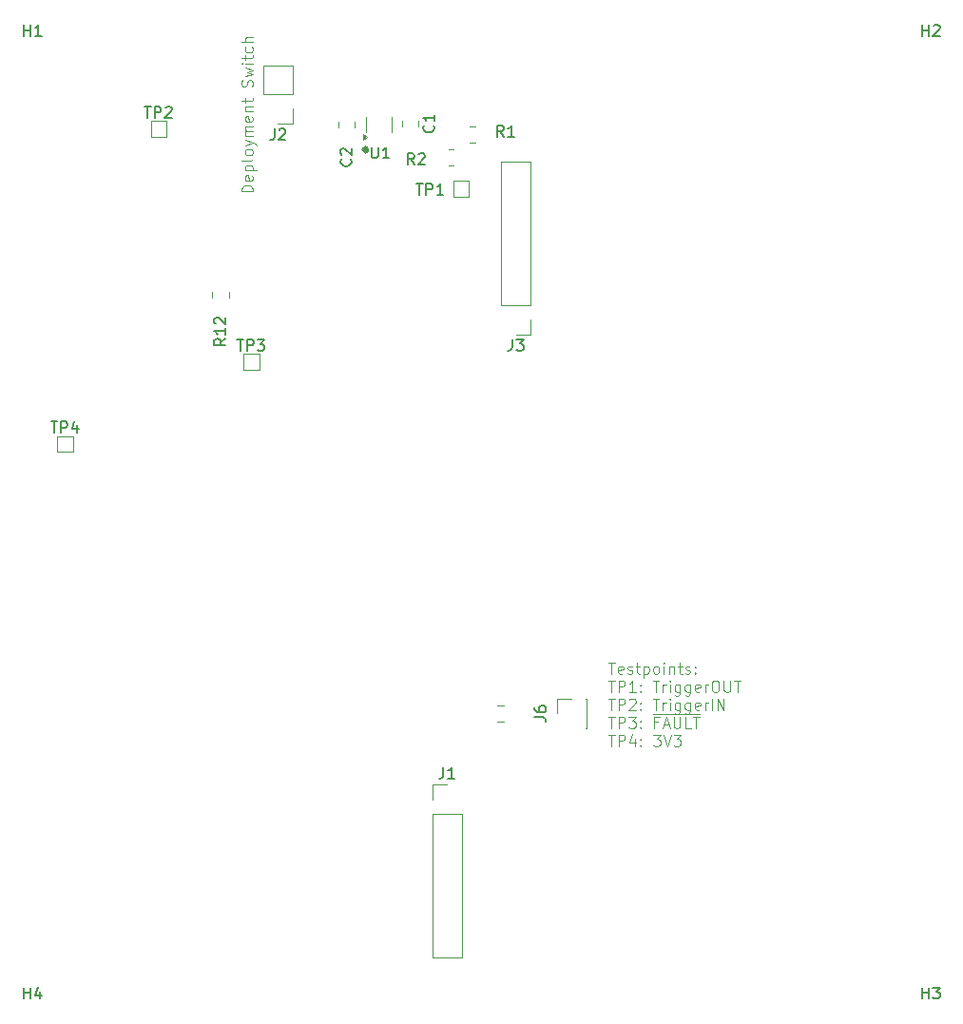
<source format=gbr>
%TF.GenerationSoftware,KiCad,Pcbnew,8.0.8+dfsg-1*%
%TF.CreationDate,2025-07-13T00:35:59+05:30*%
%TF.ProjectId,sanket,73616e6b-6574-42e6-9b69-6361645f7063,4.1*%
%TF.SameCoordinates,Original*%
%TF.FileFunction,Legend,Top*%
%TF.FilePolarity,Positive*%
%FSLAX46Y46*%
G04 Gerber Fmt 4.6, Leading zero omitted, Abs format (unit mm)*
G04 Created by KiCad (PCBNEW 8.0.8+dfsg-1) date 2025-07-13 00:35:59*
%MOMM*%
%LPD*%
G01*
G04 APERTURE LIST*
%ADD10C,0.359004*%
%ADD11C,0.100000*%
%ADD12C,0.150000*%
%ADD13C,0.120000*%
G04 APERTURE END LIST*
D10*
X132129002Y-60750200D02*
G75*
G02*
X131769998Y-60750200I-179502J0D01*
G01*
X131769998Y-60750200D02*
G75*
G02*
X132129002Y-60750200I179502J0D01*
G01*
D11*
X153598927Y-106411019D02*
X154170355Y-106411019D01*
X153884641Y-107411019D02*
X153884641Y-106411019D01*
X154884641Y-107363400D02*
X154789403Y-107411019D01*
X154789403Y-107411019D02*
X154598927Y-107411019D01*
X154598927Y-107411019D02*
X154503689Y-107363400D01*
X154503689Y-107363400D02*
X154456070Y-107268161D01*
X154456070Y-107268161D02*
X154456070Y-106887209D01*
X154456070Y-106887209D02*
X154503689Y-106791971D01*
X154503689Y-106791971D02*
X154598927Y-106744352D01*
X154598927Y-106744352D02*
X154789403Y-106744352D01*
X154789403Y-106744352D02*
X154884641Y-106791971D01*
X154884641Y-106791971D02*
X154932260Y-106887209D01*
X154932260Y-106887209D02*
X154932260Y-106982447D01*
X154932260Y-106982447D02*
X154456070Y-107077685D01*
X155313213Y-107363400D02*
X155408451Y-107411019D01*
X155408451Y-107411019D02*
X155598927Y-107411019D01*
X155598927Y-107411019D02*
X155694165Y-107363400D01*
X155694165Y-107363400D02*
X155741784Y-107268161D01*
X155741784Y-107268161D02*
X155741784Y-107220542D01*
X155741784Y-107220542D02*
X155694165Y-107125304D01*
X155694165Y-107125304D02*
X155598927Y-107077685D01*
X155598927Y-107077685D02*
X155456070Y-107077685D01*
X155456070Y-107077685D02*
X155360832Y-107030066D01*
X155360832Y-107030066D02*
X155313213Y-106934828D01*
X155313213Y-106934828D02*
X155313213Y-106887209D01*
X155313213Y-106887209D02*
X155360832Y-106791971D01*
X155360832Y-106791971D02*
X155456070Y-106744352D01*
X155456070Y-106744352D02*
X155598927Y-106744352D01*
X155598927Y-106744352D02*
X155694165Y-106791971D01*
X156027499Y-106744352D02*
X156408451Y-106744352D01*
X156170356Y-106411019D02*
X156170356Y-107268161D01*
X156170356Y-107268161D02*
X156217975Y-107363400D01*
X156217975Y-107363400D02*
X156313213Y-107411019D01*
X156313213Y-107411019D02*
X156408451Y-107411019D01*
X156741785Y-106744352D02*
X156741785Y-107744352D01*
X156741785Y-106791971D02*
X156837023Y-106744352D01*
X156837023Y-106744352D02*
X157027499Y-106744352D01*
X157027499Y-106744352D02*
X157122737Y-106791971D01*
X157122737Y-106791971D02*
X157170356Y-106839590D01*
X157170356Y-106839590D02*
X157217975Y-106934828D01*
X157217975Y-106934828D02*
X157217975Y-107220542D01*
X157217975Y-107220542D02*
X157170356Y-107315780D01*
X157170356Y-107315780D02*
X157122737Y-107363400D01*
X157122737Y-107363400D02*
X157027499Y-107411019D01*
X157027499Y-107411019D02*
X156837023Y-107411019D01*
X156837023Y-107411019D02*
X156741785Y-107363400D01*
X157789404Y-107411019D02*
X157694166Y-107363400D01*
X157694166Y-107363400D02*
X157646547Y-107315780D01*
X157646547Y-107315780D02*
X157598928Y-107220542D01*
X157598928Y-107220542D02*
X157598928Y-106934828D01*
X157598928Y-106934828D02*
X157646547Y-106839590D01*
X157646547Y-106839590D02*
X157694166Y-106791971D01*
X157694166Y-106791971D02*
X157789404Y-106744352D01*
X157789404Y-106744352D02*
X157932261Y-106744352D01*
X157932261Y-106744352D02*
X158027499Y-106791971D01*
X158027499Y-106791971D02*
X158075118Y-106839590D01*
X158075118Y-106839590D02*
X158122737Y-106934828D01*
X158122737Y-106934828D02*
X158122737Y-107220542D01*
X158122737Y-107220542D02*
X158075118Y-107315780D01*
X158075118Y-107315780D02*
X158027499Y-107363400D01*
X158027499Y-107363400D02*
X157932261Y-107411019D01*
X157932261Y-107411019D02*
X157789404Y-107411019D01*
X158551309Y-107411019D02*
X158551309Y-106744352D01*
X158551309Y-106411019D02*
X158503690Y-106458638D01*
X158503690Y-106458638D02*
X158551309Y-106506257D01*
X158551309Y-106506257D02*
X158598928Y-106458638D01*
X158598928Y-106458638D02*
X158551309Y-106411019D01*
X158551309Y-106411019D02*
X158551309Y-106506257D01*
X159027499Y-106744352D02*
X159027499Y-107411019D01*
X159027499Y-106839590D02*
X159075118Y-106791971D01*
X159075118Y-106791971D02*
X159170356Y-106744352D01*
X159170356Y-106744352D02*
X159313213Y-106744352D01*
X159313213Y-106744352D02*
X159408451Y-106791971D01*
X159408451Y-106791971D02*
X159456070Y-106887209D01*
X159456070Y-106887209D02*
X159456070Y-107411019D01*
X159789404Y-106744352D02*
X160170356Y-106744352D01*
X159932261Y-106411019D02*
X159932261Y-107268161D01*
X159932261Y-107268161D02*
X159979880Y-107363400D01*
X159979880Y-107363400D02*
X160075118Y-107411019D01*
X160075118Y-107411019D02*
X160170356Y-107411019D01*
X160456071Y-107363400D02*
X160551309Y-107411019D01*
X160551309Y-107411019D02*
X160741785Y-107411019D01*
X160741785Y-107411019D02*
X160837023Y-107363400D01*
X160837023Y-107363400D02*
X160884642Y-107268161D01*
X160884642Y-107268161D02*
X160884642Y-107220542D01*
X160884642Y-107220542D02*
X160837023Y-107125304D01*
X160837023Y-107125304D02*
X160741785Y-107077685D01*
X160741785Y-107077685D02*
X160598928Y-107077685D01*
X160598928Y-107077685D02*
X160503690Y-107030066D01*
X160503690Y-107030066D02*
X160456071Y-106934828D01*
X160456071Y-106934828D02*
X160456071Y-106887209D01*
X160456071Y-106887209D02*
X160503690Y-106791971D01*
X160503690Y-106791971D02*
X160598928Y-106744352D01*
X160598928Y-106744352D02*
X160741785Y-106744352D01*
X160741785Y-106744352D02*
X160837023Y-106791971D01*
X161313214Y-107315780D02*
X161360833Y-107363400D01*
X161360833Y-107363400D02*
X161313214Y-107411019D01*
X161313214Y-107411019D02*
X161265595Y-107363400D01*
X161265595Y-107363400D02*
X161313214Y-107315780D01*
X161313214Y-107315780D02*
X161313214Y-107411019D01*
X161313214Y-106791971D02*
X161360833Y-106839590D01*
X161360833Y-106839590D02*
X161313214Y-106887209D01*
X161313214Y-106887209D02*
X161265595Y-106839590D01*
X161265595Y-106839590D02*
X161313214Y-106791971D01*
X161313214Y-106791971D02*
X161313214Y-106887209D01*
X153598927Y-108020963D02*
X154170355Y-108020963D01*
X153884641Y-109020963D02*
X153884641Y-108020963D01*
X154503689Y-109020963D02*
X154503689Y-108020963D01*
X154503689Y-108020963D02*
X154884641Y-108020963D01*
X154884641Y-108020963D02*
X154979879Y-108068582D01*
X154979879Y-108068582D02*
X155027498Y-108116201D01*
X155027498Y-108116201D02*
X155075117Y-108211439D01*
X155075117Y-108211439D02*
X155075117Y-108354296D01*
X155075117Y-108354296D02*
X155027498Y-108449534D01*
X155027498Y-108449534D02*
X154979879Y-108497153D01*
X154979879Y-108497153D02*
X154884641Y-108544772D01*
X154884641Y-108544772D02*
X154503689Y-108544772D01*
X156027498Y-109020963D02*
X155456070Y-109020963D01*
X155741784Y-109020963D02*
X155741784Y-108020963D01*
X155741784Y-108020963D02*
X155646546Y-108163820D01*
X155646546Y-108163820D02*
X155551308Y-108259058D01*
X155551308Y-108259058D02*
X155456070Y-108306677D01*
X156456070Y-108925724D02*
X156503689Y-108973344D01*
X156503689Y-108973344D02*
X156456070Y-109020963D01*
X156456070Y-109020963D02*
X156408451Y-108973344D01*
X156408451Y-108973344D02*
X156456070Y-108925724D01*
X156456070Y-108925724D02*
X156456070Y-109020963D01*
X156456070Y-108401915D02*
X156503689Y-108449534D01*
X156503689Y-108449534D02*
X156456070Y-108497153D01*
X156456070Y-108497153D02*
X156408451Y-108449534D01*
X156408451Y-108449534D02*
X156456070Y-108401915D01*
X156456070Y-108401915D02*
X156456070Y-108497153D01*
X157551308Y-108020963D02*
X158122736Y-108020963D01*
X157837022Y-109020963D02*
X157837022Y-108020963D01*
X158456070Y-109020963D02*
X158456070Y-108354296D01*
X158456070Y-108544772D02*
X158503689Y-108449534D01*
X158503689Y-108449534D02*
X158551308Y-108401915D01*
X158551308Y-108401915D02*
X158646546Y-108354296D01*
X158646546Y-108354296D02*
X158741784Y-108354296D01*
X159075118Y-109020963D02*
X159075118Y-108354296D01*
X159075118Y-108020963D02*
X159027499Y-108068582D01*
X159027499Y-108068582D02*
X159075118Y-108116201D01*
X159075118Y-108116201D02*
X159122737Y-108068582D01*
X159122737Y-108068582D02*
X159075118Y-108020963D01*
X159075118Y-108020963D02*
X159075118Y-108116201D01*
X159979879Y-108354296D02*
X159979879Y-109163820D01*
X159979879Y-109163820D02*
X159932260Y-109259058D01*
X159932260Y-109259058D02*
X159884641Y-109306677D01*
X159884641Y-109306677D02*
X159789403Y-109354296D01*
X159789403Y-109354296D02*
X159646546Y-109354296D01*
X159646546Y-109354296D02*
X159551308Y-109306677D01*
X159979879Y-108973344D02*
X159884641Y-109020963D01*
X159884641Y-109020963D02*
X159694165Y-109020963D01*
X159694165Y-109020963D02*
X159598927Y-108973344D01*
X159598927Y-108973344D02*
X159551308Y-108925724D01*
X159551308Y-108925724D02*
X159503689Y-108830486D01*
X159503689Y-108830486D02*
X159503689Y-108544772D01*
X159503689Y-108544772D02*
X159551308Y-108449534D01*
X159551308Y-108449534D02*
X159598927Y-108401915D01*
X159598927Y-108401915D02*
X159694165Y-108354296D01*
X159694165Y-108354296D02*
X159884641Y-108354296D01*
X159884641Y-108354296D02*
X159979879Y-108401915D01*
X160884641Y-108354296D02*
X160884641Y-109163820D01*
X160884641Y-109163820D02*
X160837022Y-109259058D01*
X160837022Y-109259058D02*
X160789403Y-109306677D01*
X160789403Y-109306677D02*
X160694165Y-109354296D01*
X160694165Y-109354296D02*
X160551308Y-109354296D01*
X160551308Y-109354296D02*
X160456070Y-109306677D01*
X160884641Y-108973344D02*
X160789403Y-109020963D01*
X160789403Y-109020963D02*
X160598927Y-109020963D01*
X160598927Y-109020963D02*
X160503689Y-108973344D01*
X160503689Y-108973344D02*
X160456070Y-108925724D01*
X160456070Y-108925724D02*
X160408451Y-108830486D01*
X160408451Y-108830486D02*
X160408451Y-108544772D01*
X160408451Y-108544772D02*
X160456070Y-108449534D01*
X160456070Y-108449534D02*
X160503689Y-108401915D01*
X160503689Y-108401915D02*
X160598927Y-108354296D01*
X160598927Y-108354296D02*
X160789403Y-108354296D01*
X160789403Y-108354296D02*
X160884641Y-108401915D01*
X161741784Y-108973344D02*
X161646546Y-109020963D01*
X161646546Y-109020963D02*
X161456070Y-109020963D01*
X161456070Y-109020963D02*
X161360832Y-108973344D01*
X161360832Y-108973344D02*
X161313213Y-108878105D01*
X161313213Y-108878105D02*
X161313213Y-108497153D01*
X161313213Y-108497153D02*
X161360832Y-108401915D01*
X161360832Y-108401915D02*
X161456070Y-108354296D01*
X161456070Y-108354296D02*
X161646546Y-108354296D01*
X161646546Y-108354296D02*
X161741784Y-108401915D01*
X161741784Y-108401915D02*
X161789403Y-108497153D01*
X161789403Y-108497153D02*
X161789403Y-108592391D01*
X161789403Y-108592391D02*
X161313213Y-108687629D01*
X162217975Y-109020963D02*
X162217975Y-108354296D01*
X162217975Y-108544772D02*
X162265594Y-108449534D01*
X162265594Y-108449534D02*
X162313213Y-108401915D01*
X162313213Y-108401915D02*
X162408451Y-108354296D01*
X162408451Y-108354296D02*
X162503689Y-108354296D01*
X163027499Y-108020963D02*
X163217975Y-108020963D01*
X163217975Y-108020963D02*
X163313213Y-108068582D01*
X163313213Y-108068582D02*
X163408451Y-108163820D01*
X163408451Y-108163820D02*
X163456070Y-108354296D01*
X163456070Y-108354296D02*
X163456070Y-108687629D01*
X163456070Y-108687629D02*
X163408451Y-108878105D01*
X163408451Y-108878105D02*
X163313213Y-108973344D01*
X163313213Y-108973344D02*
X163217975Y-109020963D01*
X163217975Y-109020963D02*
X163027499Y-109020963D01*
X163027499Y-109020963D02*
X162932261Y-108973344D01*
X162932261Y-108973344D02*
X162837023Y-108878105D01*
X162837023Y-108878105D02*
X162789404Y-108687629D01*
X162789404Y-108687629D02*
X162789404Y-108354296D01*
X162789404Y-108354296D02*
X162837023Y-108163820D01*
X162837023Y-108163820D02*
X162932261Y-108068582D01*
X162932261Y-108068582D02*
X163027499Y-108020963D01*
X163884642Y-108020963D02*
X163884642Y-108830486D01*
X163884642Y-108830486D02*
X163932261Y-108925724D01*
X163932261Y-108925724D02*
X163979880Y-108973344D01*
X163979880Y-108973344D02*
X164075118Y-109020963D01*
X164075118Y-109020963D02*
X164265594Y-109020963D01*
X164265594Y-109020963D02*
X164360832Y-108973344D01*
X164360832Y-108973344D02*
X164408451Y-108925724D01*
X164408451Y-108925724D02*
X164456070Y-108830486D01*
X164456070Y-108830486D02*
X164456070Y-108020963D01*
X164789404Y-108020963D02*
X165360832Y-108020963D01*
X165075118Y-109020963D02*
X165075118Y-108020963D01*
X153598927Y-109630907D02*
X154170355Y-109630907D01*
X153884641Y-110630907D02*
X153884641Y-109630907D01*
X154503689Y-110630907D02*
X154503689Y-109630907D01*
X154503689Y-109630907D02*
X154884641Y-109630907D01*
X154884641Y-109630907D02*
X154979879Y-109678526D01*
X154979879Y-109678526D02*
X155027498Y-109726145D01*
X155027498Y-109726145D02*
X155075117Y-109821383D01*
X155075117Y-109821383D02*
X155075117Y-109964240D01*
X155075117Y-109964240D02*
X155027498Y-110059478D01*
X155027498Y-110059478D02*
X154979879Y-110107097D01*
X154979879Y-110107097D02*
X154884641Y-110154716D01*
X154884641Y-110154716D02*
X154503689Y-110154716D01*
X155456070Y-109726145D02*
X155503689Y-109678526D01*
X155503689Y-109678526D02*
X155598927Y-109630907D01*
X155598927Y-109630907D02*
X155837022Y-109630907D01*
X155837022Y-109630907D02*
X155932260Y-109678526D01*
X155932260Y-109678526D02*
X155979879Y-109726145D01*
X155979879Y-109726145D02*
X156027498Y-109821383D01*
X156027498Y-109821383D02*
X156027498Y-109916621D01*
X156027498Y-109916621D02*
X155979879Y-110059478D01*
X155979879Y-110059478D02*
X155408451Y-110630907D01*
X155408451Y-110630907D02*
X156027498Y-110630907D01*
X156456070Y-110535668D02*
X156503689Y-110583288D01*
X156503689Y-110583288D02*
X156456070Y-110630907D01*
X156456070Y-110630907D02*
X156408451Y-110583288D01*
X156408451Y-110583288D02*
X156456070Y-110535668D01*
X156456070Y-110535668D02*
X156456070Y-110630907D01*
X156456070Y-110011859D02*
X156503689Y-110059478D01*
X156503689Y-110059478D02*
X156456070Y-110107097D01*
X156456070Y-110107097D02*
X156408451Y-110059478D01*
X156408451Y-110059478D02*
X156456070Y-110011859D01*
X156456070Y-110011859D02*
X156456070Y-110107097D01*
X157551308Y-109630907D02*
X158122736Y-109630907D01*
X157837022Y-110630907D02*
X157837022Y-109630907D01*
X158456070Y-110630907D02*
X158456070Y-109964240D01*
X158456070Y-110154716D02*
X158503689Y-110059478D01*
X158503689Y-110059478D02*
X158551308Y-110011859D01*
X158551308Y-110011859D02*
X158646546Y-109964240D01*
X158646546Y-109964240D02*
X158741784Y-109964240D01*
X159075118Y-110630907D02*
X159075118Y-109964240D01*
X159075118Y-109630907D02*
X159027499Y-109678526D01*
X159027499Y-109678526D02*
X159075118Y-109726145D01*
X159075118Y-109726145D02*
X159122737Y-109678526D01*
X159122737Y-109678526D02*
X159075118Y-109630907D01*
X159075118Y-109630907D02*
X159075118Y-109726145D01*
X159979879Y-109964240D02*
X159979879Y-110773764D01*
X159979879Y-110773764D02*
X159932260Y-110869002D01*
X159932260Y-110869002D02*
X159884641Y-110916621D01*
X159884641Y-110916621D02*
X159789403Y-110964240D01*
X159789403Y-110964240D02*
X159646546Y-110964240D01*
X159646546Y-110964240D02*
X159551308Y-110916621D01*
X159979879Y-110583288D02*
X159884641Y-110630907D01*
X159884641Y-110630907D02*
X159694165Y-110630907D01*
X159694165Y-110630907D02*
X159598927Y-110583288D01*
X159598927Y-110583288D02*
X159551308Y-110535668D01*
X159551308Y-110535668D02*
X159503689Y-110440430D01*
X159503689Y-110440430D02*
X159503689Y-110154716D01*
X159503689Y-110154716D02*
X159551308Y-110059478D01*
X159551308Y-110059478D02*
X159598927Y-110011859D01*
X159598927Y-110011859D02*
X159694165Y-109964240D01*
X159694165Y-109964240D02*
X159884641Y-109964240D01*
X159884641Y-109964240D02*
X159979879Y-110011859D01*
X160884641Y-109964240D02*
X160884641Y-110773764D01*
X160884641Y-110773764D02*
X160837022Y-110869002D01*
X160837022Y-110869002D02*
X160789403Y-110916621D01*
X160789403Y-110916621D02*
X160694165Y-110964240D01*
X160694165Y-110964240D02*
X160551308Y-110964240D01*
X160551308Y-110964240D02*
X160456070Y-110916621D01*
X160884641Y-110583288D02*
X160789403Y-110630907D01*
X160789403Y-110630907D02*
X160598927Y-110630907D01*
X160598927Y-110630907D02*
X160503689Y-110583288D01*
X160503689Y-110583288D02*
X160456070Y-110535668D01*
X160456070Y-110535668D02*
X160408451Y-110440430D01*
X160408451Y-110440430D02*
X160408451Y-110154716D01*
X160408451Y-110154716D02*
X160456070Y-110059478D01*
X160456070Y-110059478D02*
X160503689Y-110011859D01*
X160503689Y-110011859D02*
X160598927Y-109964240D01*
X160598927Y-109964240D02*
X160789403Y-109964240D01*
X160789403Y-109964240D02*
X160884641Y-110011859D01*
X161741784Y-110583288D02*
X161646546Y-110630907D01*
X161646546Y-110630907D02*
X161456070Y-110630907D01*
X161456070Y-110630907D02*
X161360832Y-110583288D01*
X161360832Y-110583288D02*
X161313213Y-110488049D01*
X161313213Y-110488049D02*
X161313213Y-110107097D01*
X161313213Y-110107097D02*
X161360832Y-110011859D01*
X161360832Y-110011859D02*
X161456070Y-109964240D01*
X161456070Y-109964240D02*
X161646546Y-109964240D01*
X161646546Y-109964240D02*
X161741784Y-110011859D01*
X161741784Y-110011859D02*
X161789403Y-110107097D01*
X161789403Y-110107097D02*
X161789403Y-110202335D01*
X161789403Y-110202335D02*
X161313213Y-110297573D01*
X162217975Y-110630907D02*
X162217975Y-109964240D01*
X162217975Y-110154716D02*
X162265594Y-110059478D01*
X162265594Y-110059478D02*
X162313213Y-110011859D01*
X162313213Y-110011859D02*
X162408451Y-109964240D01*
X162408451Y-109964240D02*
X162503689Y-109964240D01*
X162837023Y-110630907D02*
X162837023Y-109630907D01*
X163313213Y-110630907D02*
X163313213Y-109630907D01*
X163313213Y-109630907D02*
X163884641Y-110630907D01*
X163884641Y-110630907D02*
X163884641Y-109630907D01*
X153598927Y-111240851D02*
X154170355Y-111240851D01*
X153884641Y-112240851D02*
X153884641Y-111240851D01*
X154503689Y-112240851D02*
X154503689Y-111240851D01*
X154503689Y-111240851D02*
X154884641Y-111240851D01*
X154884641Y-111240851D02*
X154979879Y-111288470D01*
X154979879Y-111288470D02*
X155027498Y-111336089D01*
X155027498Y-111336089D02*
X155075117Y-111431327D01*
X155075117Y-111431327D02*
X155075117Y-111574184D01*
X155075117Y-111574184D02*
X155027498Y-111669422D01*
X155027498Y-111669422D02*
X154979879Y-111717041D01*
X154979879Y-111717041D02*
X154884641Y-111764660D01*
X154884641Y-111764660D02*
X154503689Y-111764660D01*
X155408451Y-111240851D02*
X156027498Y-111240851D01*
X156027498Y-111240851D02*
X155694165Y-111621803D01*
X155694165Y-111621803D02*
X155837022Y-111621803D01*
X155837022Y-111621803D02*
X155932260Y-111669422D01*
X155932260Y-111669422D02*
X155979879Y-111717041D01*
X155979879Y-111717041D02*
X156027498Y-111812279D01*
X156027498Y-111812279D02*
X156027498Y-112050374D01*
X156027498Y-112050374D02*
X155979879Y-112145612D01*
X155979879Y-112145612D02*
X155932260Y-112193232D01*
X155932260Y-112193232D02*
X155837022Y-112240851D01*
X155837022Y-112240851D02*
X155551308Y-112240851D01*
X155551308Y-112240851D02*
X155456070Y-112193232D01*
X155456070Y-112193232D02*
X155408451Y-112145612D01*
X156456070Y-112145612D02*
X156503689Y-112193232D01*
X156503689Y-112193232D02*
X156456070Y-112240851D01*
X156456070Y-112240851D02*
X156408451Y-112193232D01*
X156408451Y-112193232D02*
X156456070Y-112145612D01*
X156456070Y-112145612D02*
X156456070Y-112240851D01*
X156456070Y-111621803D02*
X156503689Y-111669422D01*
X156503689Y-111669422D02*
X156456070Y-111717041D01*
X156456070Y-111717041D02*
X156408451Y-111669422D01*
X156408451Y-111669422D02*
X156456070Y-111621803D01*
X156456070Y-111621803D02*
X156456070Y-111717041D01*
X158027498Y-111717041D02*
X157694165Y-111717041D01*
X157694165Y-112240851D02*
X157694165Y-111240851D01*
X157694165Y-111240851D02*
X158170355Y-111240851D01*
X158503689Y-111955136D02*
X158979879Y-111955136D01*
X158408451Y-112240851D02*
X158741784Y-111240851D01*
X158741784Y-111240851D02*
X159075117Y-112240851D01*
X159408451Y-111240851D02*
X159408451Y-112050374D01*
X159408451Y-112050374D02*
X159456070Y-112145612D01*
X159456070Y-112145612D02*
X159503689Y-112193232D01*
X159503689Y-112193232D02*
X159598927Y-112240851D01*
X159598927Y-112240851D02*
X159789403Y-112240851D01*
X159789403Y-112240851D02*
X159884641Y-112193232D01*
X159884641Y-112193232D02*
X159932260Y-112145612D01*
X159932260Y-112145612D02*
X159979879Y-112050374D01*
X159979879Y-112050374D02*
X159979879Y-111240851D01*
X160932260Y-112240851D02*
X160456070Y-112240851D01*
X160456070Y-112240851D02*
X160456070Y-111240851D01*
X161122737Y-111240851D02*
X161694165Y-111240851D01*
X161408451Y-112240851D02*
X161408451Y-111240851D01*
X157556070Y-110963232D02*
X161689404Y-110963232D01*
X153598927Y-112850795D02*
X154170355Y-112850795D01*
X153884641Y-113850795D02*
X153884641Y-112850795D01*
X154503689Y-113850795D02*
X154503689Y-112850795D01*
X154503689Y-112850795D02*
X154884641Y-112850795D01*
X154884641Y-112850795D02*
X154979879Y-112898414D01*
X154979879Y-112898414D02*
X155027498Y-112946033D01*
X155027498Y-112946033D02*
X155075117Y-113041271D01*
X155075117Y-113041271D02*
X155075117Y-113184128D01*
X155075117Y-113184128D02*
X155027498Y-113279366D01*
X155027498Y-113279366D02*
X154979879Y-113326985D01*
X154979879Y-113326985D02*
X154884641Y-113374604D01*
X154884641Y-113374604D02*
X154503689Y-113374604D01*
X155932260Y-113184128D02*
X155932260Y-113850795D01*
X155694165Y-112803176D02*
X155456070Y-113517461D01*
X155456070Y-113517461D02*
X156075117Y-113517461D01*
X156456070Y-113755556D02*
X156503689Y-113803176D01*
X156503689Y-113803176D02*
X156456070Y-113850795D01*
X156456070Y-113850795D02*
X156408451Y-113803176D01*
X156408451Y-113803176D02*
X156456070Y-113755556D01*
X156456070Y-113755556D02*
X156456070Y-113850795D01*
X156456070Y-113231747D02*
X156503689Y-113279366D01*
X156503689Y-113279366D02*
X156456070Y-113326985D01*
X156456070Y-113326985D02*
X156408451Y-113279366D01*
X156408451Y-113279366D02*
X156456070Y-113231747D01*
X156456070Y-113231747D02*
X156456070Y-113326985D01*
X157598927Y-112850795D02*
X158217974Y-112850795D01*
X158217974Y-112850795D02*
X157884641Y-113231747D01*
X157884641Y-113231747D02*
X158027498Y-113231747D01*
X158027498Y-113231747D02*
X158122736Y-113279366D01*
X158122736Y-113279366D02*
X158170355Y-113326985D01*
X158170355Y-113326985D02*
X158217974Y-113422223D01*
X158217974Y-113422223D02*
X158217974Y-113660318D01*
X158217974Y-113660318D02*
X158170355Y-113755556D01*
X158170355Y-113755556D02*
X158122736Y-113803176D01*
X158122736Y-113803176D02*
X158027498Y-113850795D01*
X158027498Y-113850795D02*
X157741784Y-113850795D01*
X157741784Y-113850795D02*
X157646546Y-113803176D01*
X157646546Y-113803176D02*
X157598927Y-113755556D01*
X158503689Y-112850795D02*
X158837022Y-113850795D01*
X158837022Y-113850795D02*
X159170355Y-112850795D01*
X159408451Y-112850795D02*
X160027498Y-112850795D01*
X160027498Y-112850795D02*
X159694165Y-113231747D01*
X159694165Y-113231747D02*
X159837022Y-113231747D01*
X159837022Y-113231747D02*
X159932260Y-113279366D01*
X159932260Y-113279366D02*
X159979879Y-113326985D01*
X159979879Y-113326985D02*
X160027498Y-113422223D01*
X160027498Y-113422223D02*
X160027498Y-113660318D01*
X160027498Y-113660318D02*
X159979879Y-113755556D01*
X159979879Y-113755556D02*
X159932260Y-113803176D01*
X159932260Y-113803176D02*
X159837022Y-113850795D01*
X159837022Y-113850795D02*
X159551308Y-113850795D01*
X159551308Y-113850795D02*
X159456070Y-113803176D01*
X159456070Y-113803176D02*
X159408451Y-113755556D01*
X121915919Y-64459515D02*
X120915919Y-64459515D01*
X120915919Y-64459515D02*
X120915919Y-64221420D01*
X120915919Y-64221420D02*
X120963538Y-64078563D01*
X120963538Y-64078563D02*
X121058776Y-63983325D01*
X121058776Y-63983325D02*
X121154014Y-63935706D01*
X121154014Y-63935706D02*
X121344490Y-63888087D01*
X121344490Y-63888087D02*
X121487347Y-63888087D01*
X121487347Y-63888087D02*
X121677823Y-63935706D01*
X121677823Y-63935706D02*
X121773061Y-63983325D01*
X121773061Y-63983325D02*
X121868300Y-64078563D01*
X121868300Y-64078563D02*
X121915919Y-64221420D01*
X121915919Y-64221420D02*
X121915919Y-64459515D01*
X121868300Y-63078563D02*
X121915919Y-63173801D01*
X121915919Y-63173801D02*
X121915919Y-63364277D01*
X121915919Y-63364277D02*
X121868300Y-63459515D01*
X121868300Y-63459515D02*
X121773061Y-63507134D01*
X121773061Y-63507134D02*
X121392109Y-63507134D01*
X121392109Y-63507134D02*
X121296871Y-63459515D01*
X121296871Y-63459515D02*
X121249252Y-63364277D01*
X121249252Y-63364277D02*
X121249252Y-63173801D01*
X121249252Y-63173801D02*
X121296871Y-63078563D01*
X121296871Y-63078563D02*
X121392109Y-63030944D01*
X121392109Y-63030944D02*
X121487347Y-63030944D01*
X121487347Y-63030944D02*
X121582585Y-63507134D01*
X121249252Y-62602372D02*
X122249252Y-62602372D01*
X121296871Y-62602372D02*
X121249252Y-62507134D01*
X121249252Y-62507134D02*
X121249252Y-62316658D01*
X121249252Y-62316658D02*
X121296871Y-62221420D01*
X121296871Y-62221420D02*
X121344490Y-62173801D01*
X121344490Y-62173801D02*
X121439728Y-62126182D01*
X121439728Y-62126182D02*
X121725442Y-62126182D01*
X121725442Y-62126182D02*
X121820680Y-62173801D01*
X121820680Y-62173801D02*
X121868300Y-62221420D01*
X121868300Y-62221420D02*
X121915919Y-62316658D01*
X121915919Y-62316658D02*
X121915919Y-62507134D01*
X121915919Y-62507134D02*
X121868300Y-62602372D01*
X121915919Y-61554753D02*
X121868300Y-61649991D01*
X121868300Y-61649991D02*
X121773061Y-61697610D01*
X121773061Y-61697610D02*
X120915919Y-61697610D01*
X121915919Y-61030943D02*
X121868300Y-61126181D01*
X121868300Y-61126181D02*
X121820680Y-61173800D01*
X121820680Y-61173800D02*
X121725442Y-61221419D01*
X121725442Y-61221419D02*
X121439728Y-61221419D01*
X121439728Y-61221419D02*
X121344490Y-61173800D01*
X121344490Y-61173800D02*
X121296871Y-61126181D01*
X121296871Y-61126181D02*
X121249252Y-61030943D01*
X121249252Y-61030943D02*
X121249252Y-60888086D01*
X121249252Y-60888086D02*
X121296871Y-60792848D01*
X121296871Y-60792848D02*
X121344490Y-60745229D01*
X121344490Y-60745229D02*
X121439728Y-60697610D01*
X121439728Y-60697610D02*
X121725442Y-60697610D01*
X121725442Y-60697610D02*
X121820680Y-60745229D01*
X121820680Y-60745229D02*
X121868300Y-60792848D01*
X121868300Y-60792848D02*
X121915919Y-60888086D01*
X121915919Y-60888086D02*
X121915919Y-61030943D01*
X121249252Y-60364276D02*
X121915919Y-60126181D01*
X121249252Y-59888086D02*
X121915919Y-60126181D01*
X121915919Y-60126181D02*
X122154014Y-60221419D01*
X122154014Y-60221419D02*
X122201633Y-60269038D01*
X122201633Y-60269038D02*
X122249252Y-60364276D01*
X121915919Y-59507133D02*
X121249252Y-59507133D01*
X121344490Y-59507133D02*
X121296871Y-59459514D01*
X121296871Y-59459514D02*
X121249252Y-59364276D01*
X121249252Y-59364276D02*
X121249252Y-59221419D01*
X121249252Y-59221419D02*
X121296871Y-59126181D01*
X121296871Y-59126181D02*
X121392109Y-59078562D01*
X121392109Y-59078562D02*
X121915919Y-59078562D01*
X121392109Y-59078562D02*
X121296871Y-59030943D01*
X121296871Y-59030943D02*
X121249252Y-58935705D01*
X121249252Y-58935705D02*
X121249252Y-58792848D01*
X121249252Y-58792848D02*
X121296871Y-58697609D01*
X121296871Y-58697609D02*
X121392109Y-58649990D01*
X121392109Y-58649990D02*
X121915919Y-58649990D01*
X121868300Y-57792848D02*
X121915919Y-57888086D01*
X121915919Y-57888086D02*
X121915919Y-58078562D01*
X121915919Y-58078562D02*
X121868300Y-58173800D01*
X121868300Y-58173800D02*
X121773061Y-58221419D01*
X121773061Y-58221419D02*
X121392109Y-58221419D01*
X121392109Y-58221419D02*
X121296871Y-58173800D01*
X121296871Y-58173800D02*
X121249252Y-58078562D01*
X121249252Y-58078562D02*
X121249252Y-57888086D01*
X121249252Y-57888086D02*
X121296871Y-57792848D01*
X121296871Y-57792848D02*
X121392109Y-57745229D01*
X121392109Y-57745229D02*
X121487347Y-57745229D01*
X121487347Y-57745229D02*
X121582585Y-58221419D01*
X121249252Y-57316657D02*
X121915919Y-57316657D01*
X121344490Y-57316657D02*
X121296871Y-57269038D01*
X121296871Y-57269038D02*
X121249252Y-57173800D01*
X121249252Y-57173800D02*
X121249252Y-57030943D01*
X121249252Y-57030943D02*
X121296871Y-56935705D01*
X121296871Y-56935705D02*
X121392109Y-56888086D01*
X121392109Y-56888086D02*
X121915919Y-56888086D01*
X121249252Y-56554752D02*
X121249252Y-56173800D01*
X120915919Y-56411895D02*
X121773061Y-56411895D01*
X121773061Y-56411895D02*
X121868300Y-56364276D01*
X121868300Y-56364276D02*
X121915919Y-56269038D01*
X121915919Y-56269038D02*
X121915919Y-56173800D01*
X121868300Y-55126180D02*
X121915919Y-54983323D01*
X121915919Y-54983323D02*
X121915919Y-54745228D01*
X121915919Y-54745228D02*
X121868300Y-54649990D01*
X121868300Y-54649990D02*
X121820680Y-54602371D01*
X121820680Y-54602371D02*
X121725442Y-54554752D01*
X121725442Y-54554752D02*
X121630204Y-54554752D01*
X121630204Y-54554752D02*
X121534966Y-54602371D01*
X121534966Y-54602371D02*
X121487347Y-54649990D01*
X121487347Y-54649990D02*
X121439728Y-54745228D01*
X121439728Y-54745228D02*
X121392109Y-54935704D01*
X121392109Y-54935704D02*
X121344490Y-55030942D01*
X121344490Y-55030942D02*
X121296871Y-55078561D01*
X121296871Y-55078561D02*
X121201633Y-55126180D01*
X121201633Y-55126180D02*
X121106395Y-55126180D01*
X121106395Y-55126180D02*
X121011157Y-55078561D01*
X121011157Y-55078561D02*
X120963538Y-55030942D01*
X120963538Y-55030942D02*
X120915919Y-54935704D01*
X120915919Y-54935704D02*
X120915919Y-54697609D01*
X120915919Y-54697609D02*
X120963538Y-54554752D01*
X121249252Y-54221418D02*
X121915919Y-54030942D01*
X121915919Y-54030942D02*
X121439728Y-53840466D01*
X121439728Y-53840466D02*
X121915919Y-53649990D01*
X121915919Y-53649990D02*
X121249252Y-53459514D01*
X121915919Y-53078561D02*
X121249252Y-53078561D01*
X120915919Y-53078561D02*
X120963538Y-53126180D01*
X120963538Y-53126180D02*
X121011157Y-53078561D01*
X121011157Y-53078561D02*
X120963538Y-53030942D01*
X120963538Y-53030942D02*
X120915919Y-53078561D01*
X120915919Y-53078561D02*
X121011157Y-53078561D01*
X121249252Y-52745228D02*
X121249252Y-52364276D01*
X120915919Y-52602371D02*
X121773061Y-52602371D01*
X121773061Y-52602371D02*
X121868300Y-52554752D01*
X121868300Y-52554752D02*
X121915919Y-52459514D01*
X121915919Y-52459514D02*
X121915919Y-52364276D01*
X121868300Y-51602371D02*
X121915919Y-51697609D01*
X121915919Y-51697609D02*
X121915919Y-51888085D01*
X121915919Y-51888085D02*
X121868300Y-51983323D01*
X121868300Y-51983323D02*
X121820680Y-52030942D01*
X121820680Y-52030942D02*
X121725442Y-52078561D01*
X121725442Y-52078561D02*
X121439728Y-52078561D01*
X121439728Y-52078561D02*
X121344490Y-52030942D01*
X121344490Y-52030942D02*
X121296871Y-51983323D01*
X121296871Y-51983323D02*
X121249252Y-51888085D01*
X121249252Y-51888085D02*
X121249252Y-51697609D01*
X121249252Y-51697609D02*
X121296871Y-51602371D01*
X121915919Y-51173799D02*
X120915919Y-51173799D01*
X121915919Y-50745228D02*
X121392109Y-50745228D01*
X121392109Y-50745228D02*
X121296871Y-50792847D01*
X121296871Y-50792847D02*
X121249252Y-50888085D01*
X121249252Y-50888085D02*
X121249252Y-51030942D01*
X121249252Y-51030942D02*
X121296871Y-51126180D01*
X121296871Y-51126180D02*
X121344490Y-51173799D01*
D12*
X103954195Y-84961819D02*
X104525623Y-84961819D01*
X104239909Y-85961819D02*
X104239909Y-84961819D01*
X104858957Y-85961819D02*
X104858957Y-84961819D01*
X104858957Y-84961819D02*
X105239909Y-84961819D01*
X105239909Y-84961819D02*
X105335147Y-85009438D01*
X105335147Y-85009438D02*
X105382766Y-85057057D01*
X105382766Y-85057057D02*
X105430385Y-85152295D01*
X105430385Y-85152295D02*
X105430385Y-85295152D01*
X105430385Y-85295152D02*
X105382766Y-85390390D01*
X105382766Y-85390390D02*
X105335147Y-85438009D01*
X105335147Y-85438009D02*
X105239909Y-85485628D01*
X105239909Y-85485628D02*
X104858957Y-85485628D01*
X106287528Y-85295152D02*
X106287528Y-85961819D01*
X106049433Y-84914200D02*
X105811338Y-85628485D01*
X105811338Y-85628485D02*
X106430385Y-85628485D01*
X136478795Y-63761019D02*
X137050223Y-63761019D01*
X136764509Y-64761019D02*
X136764509Y-63761019D01*
X137383557Y-64761019D02*
X137383557Y-63761019D01*
X137383557Y-63761019D02*
X137764509Y-63761019D01*
X137764509Y-63761019D02*
X137859747Y-63808638D01*
X137859747Y-63808638D02*
X137907366Y-63856257D01*
X137907366Y-63856257D02*
X137954985Y-63951495D01*
X137954985Y-63951495D02*
X137954985Y-64094352D01*
X137954985Y-64094352D02*
X137907366Y-64189590D01*
X137907366Y-64189590D02*
X137859747Y-64237209D01*
X137859747Y-64237209D02*
X137764509Y-64284828D01*
X137764509Y-64284828D02*
X137383557Y-64284828D01*
X138907366Y-64761019D02*
X138335938Y-64761019D01*
X138621652Y-64761019D02*
X138621652Y-63761019D01*
X138621652Y-63761019D02*
X138526414Y-63903876D01*
X138526414Y-63903876D02*
X138431176Y-63999114D01*
X138431176Y-63999114D02*
X138335938Y-64046733D01*
X123843766Y-58877419D02*
X123843766Y-59591704D01*
X123843766Y-59591704D02*
X123796147Y-59734561D01*
X123796147Y-59734561D02*
X123700909Y-59829800D01*
X123700909Y-59829800D02*
X123558052Y-59877419D01*
X123558052Y-59877419D02*
X123462814Y-59877419D01*
X124272338Y-58972657D02*
X124319957Y-58925038D01*
X124319957Y-58925038D02*
X124415195Y-58877419D01*
X124415195Y-58877419D02*
X124653290Y-58877419D01*
X124653290Y-58877419D02*
X124748528Y-58925038D01*
X124748528Y-58925038D02*
X124796147Y-58972657D01*
X124796147Y-58972657D02*
X124843766Y-59067895D01*
X124843766Y-59067895D02*
X124843766Y-59163133D01*
X124843766Y-59163133D02*
X124796147Y-59305990D01*
X124796147Y-59305990D02*
X124224719Y-59877419D01*
X124224719Y-59877419D02*
X124843766Y-59877419D01*
X132508395Y-60509819D02*
X132508395Y-61319342D01*
X132508395Y-61319342D02*
X132556014Y-61414580D01*
X132556014Y-61414580D02*
X132603633Y-61462200D01*
X132603633Y-61462200D02*
X132698871Y-61509819D01*
X132698871Y-61509819D02*
X132889347Y-61509819D01*
X132889347Y-61509819D02*
X132984585Y-61462200D01*
X132984585Y-61462200D02*
X133032204Y-61414580D01*
X133032204Y-61414580D02*
X133079823Y-61319342D01*
X133079823Y-61319342D02*
X133079823Y-60509819D01*
X134079823Y-61509819D02*
X133508395Y-61509819D01*
X133794109Y-61509819D02*
X133794109Y-60509819D01*
X133794109Y-60509819D02*
X133698871Y-60652676D01*
X133698871Y-60652676D02*
X133603633Y-60747914D01*
X133603633Y-60747914D02*
X133508395Y-60795533D01*
X147023919Y-111273933D02*
X147738204Y-111273933D01*
X147738204Y-111273933D02*
X147881061Y-111321552D01*
X147881061Y-111321552D02*
X147976300Y-111416790D01*
X147976300Y-111416790D02*
X148023919Y-111559647D01*
X148023919Y-111559647D02*
X148023919Y-111654885D01*
X147023919Y-110369171D02*
X147023919Y-110559647D01*
X147023919Y-110559647D02*
X147071538Y-110654885D01*
X147071538Y-110654885D02*
X147119157Y-110702504D01*
X147119157Y-110702504D02*
X147262014Y-110797742D01*
X147262014Y-110797742D02*
X147452490Y-110845361D01*
X147452490Y-110845361D02*
X147833442Y-110845361D01*
X147833442Y-110845361D02*
X147928680Y-110797742D01*
X147928680Y-110797742D02*
X147976300Y-110750123D01*
X147976300Y-110750123D02*
X148023919Y-110654885D01*
X148023919Y-110654885D02*
X148023919Y-110464409D01*
X148023919Y-110464409D02*
X147976300Y-110369171D01*
X147976300Y-110369171D02*
X147928680Y-110321552D01*
X147928680Y-110321552D02*
X147833442Y-110273933D01*
X147833442Y-110273933D02*
X147595347Y-110273933D01*
X147595347Y-110273933D02*
X147500109Y-110321552D01*
X147500109Y-110321552D02*
X147452490Y-110369171D01*
X147452490Y-110369171D02*
X147404871Y-110464409D01*
X147404871Y-110464409D02*
X147404871Y-110654885D01*
X147404871Y-110654885D02*
X147452490Y-110750123D01*
X147452490Y-110750123D02*
X147500109Y-110797742D01*
X147500109Y-110797742D02*
X147595347Y-110845361D01*
X120527595Y-77654619D02*
X121099023Y-77654619D01*
X120813309Y-78654619D02*
X120813309Y-77654619D01*
X121432357Y-78654619D02*
X121432357Y-77654619D01*
X121432357Y-77654619D02*
X121813309Y-77654619D01*
X121813309Y-77654619D02*
X121908547Y-77702238D01*
X121908547Y-77702238D02*
X121956166Y-77749857D01*
X121956166Y-77749857D02*
X122003785Y-77845095D01*
X122003785Y-77845095D02*
X122003785Y-77987952D01*
X122003785Y-77987952D02*
X121956166Y-78083190D01*
X121956166Y-78083190D02*
X121908547Y-78130809D01*
X121908547Y-78130809D02*
X121813309Y-78178428D01*
X121813309Y-78178428D02*
X121432357Y-78178428D01*
X122337119Y-77654619D02*
X122956166Y-77654619D01*
X122956166Y-77654619D02*
X122622833Y-78035571D01*
X122622833Y-78035571D02*
X122765690Y-78035571D01*
X122765690Y-78035571D02*
X122860928Y-78083190D01*
X122860928Y-78083190D02*
X122908547Y-78130809D01*
X122908547Y-78130809D02*
X122956166Y-78226047D01*
X122956166Y-78226047D02*
X122956166Y-78464142D01*
X122956166Y-78464142D02*
X122908547Y-78559380D01*
X122908547Y-78559380D02*
X122860928Y-78607000D01*
X122860928Y-78607000D02*
X122765690Y-78654619D01*
X122765690Y-78654619D02*
X122479976Y-78654619D01*
X122479976Y-78654619D02*
X122384738Y-78607000D01*
X122384738Y-78607000D02*
X122337119Y-78559380D01*
X181544195Y-136353419D02*
X181544195Y-135353419D01*
X181544195Y-135829609D02*
X182115623Y-135829609D01*
X182115623Y-136353419D02*
X182115623Y-135353419D01*
X182496576Y-135353419D02*
X183115623Y-135353419D01*
X183115623Y-135353419D02*
X182782290Y-135734371D01*
X182782290Y-135734371D02*
X182925147Y-135734371D01*
X182925147Y-135734371D02*
X183020385Y-135781990D01*
X183020385Y-135781990D02*
X183068004Y-135829609D01*
X183068004Y-135829609D02*
X183115623Y-135924847D01*
X183115623Y-135924847D02*
X183115623Y-136162942D01*
X183115623Y-136162942D02*
X183068004Y-136258180D01*
X183068004Y-136258180D02*
X183020385Y-136305800D01*
X183020385Y-136305800D02*
X182925147Y-136353419D01*
X182925147Y-136353419D02*
X182639433Y-136353419D01*
X182639433Y-136353419D02*
X182544195Y-136305800D01*
X182544195Y-136305800D02*
X182496576Y-136258180D01*
X144277733Y-59579419D02*
X143944400Y-59103228D01*
X143706305Y-59579419D02*
X143706305Y-58579419D01*
X143706305Y-58579419D02*
X144087257Y-58579419D01*
X144087257Y-58579419D02*
X144182495Y-58627038D01*
X144182495Y-58627038D02*
X144230114Y-58674657D01*
X144230114Y-58674657D02*
X144277733Y-58769895D01*
X144277733Y-58769895D02*
X144277733Y-58912752D01*
X144277733Y-58912752D02*
X144230114Y-59007990D01*
X144230114Y-59007990D02*
X144182495Y-59055609D01*
X144182495Y-59055609D02*
X144087257Y-59103228D01*
X144087257Y-59103228D02*
X143706305Y-59103228D01*
X145230114Y-59579419D02*
X144658686Y-59579419D01*
X144944400Y-59579419D02*
X144944400Y-58579419D01*
X144944400Y-58579419D02*
X144849162Y-58722276D01*
X144849162Y-58722276D02*
X144753924Y-58817514D01*
X144753924Y-58817514D02*
X144658686Y-58865133D01*
X101534195Y-50623419D02*
X101534195Y-49623419D01*
X101534195Y-50099609D02*
X102105623Y-50099609D01*
X102105623Y-50623419D02*
X102105623Y-49623419D01*
X103105623Y-50623419D02*
X102534195Y-50623419D01*
X102819909Y-50623419D02*
X102819909Y-49623419D01*
X102819909Y-49623419D02*
X102724671Y-49766276D01*
X102724671Y-49766276D02*
X102629433Y-49861514D01*
X102629433Y-49861514D02*
X102534195Y-49909133D01*
X101534195Y-136353419D02*
X101534195Y-135353419D01*
X101534195Y-135829609D02*
X102105623Y-135829609D01*
X102105623Y-136353419D02*
X102105623Y-135353419D01*
X103010385Y-135686752D02*
X103010385Y-136353419D01*
X102772290Y-135305800D02*
X102534195Y-136020085D01*
X102534195Y-136020085D02*
X103153242Y-136020085D01*
X136304033Y-62068619D02*
X135970700Y-61592428D01*
X135732605Y-62068619D02*
X135732605Y-61068619D01*
X135732605Y-61068619D02*
X136113557Y-61068619D01*
X136113557Y-61068619D02*
X136208795Y-61116238D01*
X136208795Y-61116238D02*
X136256414Y-61163857D01*
X136256414Y-61163857D02*
X136304033Y-61259095D01*
X136304033Y-61259095D02*
X136304033Y-61401952D01*
X136304033Y-61401952D02*
X136256414Y-61497190D01*
X136256414Y-61497190D02*
X136208795Y-61544809D01*
X136208795Y-61544809D02*
X136113557Y-61592428D01*
X136113557Y-61592428D02*
X135732605Y-61592428D01*
X136684986Y-61163857D02*
X136732605Y-61116238D01*
X136732605Y-61116238D02*
X136827843Y-61068619D01*
X136827843Y-61068619D02*
X137065938Y-61068619D01*
X137065938Y-61068619D02*
X137161176Y-61116238D01*
X137161176Y-61116238D02*
X137208795Y-61163857D01*
X137208795Y-61163857D02*
X137256414Y-61259095D01*
X137256414Y-61259095D02*
X137256414Y-61354333D01*
X137256414Y-61354333D02*
X137208795Y-61497190D01*
X137208795Y-61497190D02*
X136637367Y-62068619D01*
X136637367Y-62068619D02*
X137256414Y-62068619D01*
X181544195Y-50623419D02*
X181544195Y-49623419D01*
X181544195Y-50099609D02*
X182115623Y-50099609D01*
X182115623Y-50623419D02*
X182115623Y-49623419D01*
X182544195Y-49718657D02*
X182591814Y-49671038D01*
X182591814Y-49671038D02*
X182687052Y-49623419D01*
X182687052Y-49623419D02*
X182925147Y-49623419D01*
X182925147Y-49623419D02*
X183020385Y-49671038D01*
X183020385Y-49671038D02*
X183068004Y-49718657D01*
X183068004Y-49718657D02*
X183115623Y-49813895D01*
X183115623Y-49813895D02*
X183115623Y-49909133D01*
X183115623Y-49909133D02*
X183068004Y-50051990D01*
X183068004Y-50051990D02*
X182496576Y-50623419D01*
X182496576Y-50623419D02*
X183115623Y-50623419D01*
X145027766Y-77638419D02*
X145027766Y-78352704D01*
X145027766Y-78352704D02*
X144980147Y-78495561D01*
X144980147Y-78495561D02*
X144884909Y-78590800D01*
X144884909Y-78590800D02*
X144742052Y-78638419D01*
X144742052Y-78638419D02*
X144646814Y-78638419D01*
X145408719Y-77638419D02*
X146027766Y-77638419D01*
X146027766Y-77638419D02*
X145694433Y-78019371D01*
X145694433Y-78019371D02*
X145837290Y-78019371D01*
X145837290Y-78019371D02*
X145932528Y-78066990D01*
X145932528Y-78066990D02*
X145980147Y-78114609D01*
X145980147Y-78114609D02*
X146027766Y-78209847D01*
X146027766Y-78209847D02*
X146027766Y-78447942D01*
X146027766Y-78447942D02*
X145980147Y-78543180D01*
X145980147Y-78543180D02*
X145932528Y-78590800D01*
X145932528Y-78590800D02*
X145837290Y-78638419D01*
X145837290Y-78638419D02*
X145551576Y-78638419D01*
X145551576Y-78638419D02*
X145456338Y-78590800D01*
X145456338Y-78590800D02*
X145408719Y-78543180D01*
X138906966Y-115741048D02*
X138906966Y-116455333D01*
X138906966Y-116455333D02*
X138859347Y-116598190D01*
X138859347Y-116598190D02*
X138764109Y-116693429D01*
X138764109Y-116693429D02*
X138621252Y-116741048D01*
X138621252Y-116741048D02*
X138526014Y-116741048D01*
X139906966Y-116741048D02*
X139335538Y-116741048D01*
X139621252Y-116741048D02*
X139621252Y-115741048D01*
X139621252Y-115741048D02*
X139526014Y-115883905D01*
X139526014Y-115883905D02*
X139430776Y-115979143D01*
X139430776Y-115979143D02*
X139335538Y-116026762D01*
X138002280Y-58580066D02*
X138049900Y-58627685D01*
X138049900Y-58627685D02*
X138097519Y-58770542D01*
X138097519Y-58770542D02*
X138097519Y-58865780D01*
X138097519Y-58865780D02*
X138049900Y-59008637D01*
X138049900Y-59008637D02*
X137954661Y-59103875D01*
X137954661Y-59103875D02*
X137859423Y-59151494D01*
X137859423Y-59151494D02*
X137668947Y-59199113D01*
X137668947Y-59199113D02*
X137526090Y-59199113D01*
X137526090Y-59199113D02*
X137335614Y-59151494D01*
X137335614Y-59151494D02*
X137240376Y-59103875D01*
X137240376Y-59103875D02*
X137145138Y-59008637D01*
X137145138Y-59008637D02*
X137097519Y-58865780D01*
X137097519Y-58865780D02*
X137097519Y-58770542D01*
X137097519Y-58770542D02*
X137145138Y-58627685D01*
X137145138Y-58627685D02*
X137192757Y-58580066D01*
X138097519Y-57627685D02*
X138097519Y-58199113D01*
X138097519Y-57913399D02*
X137097519Y-57913399D01*
X137097519Y-57913399D02*
X137240376Y-58008637D01*
X137240376Y-58008637D02*
X137335614Y-58103875D01*
X137335614Y-58103875D02*
X137383233Y-58199113D01*
X130632680Y-61577266D02*
X130680300Y-61624885D01*
X130680300Y-61624885D02*
X130727919Y-61767742D01*
X130727919Y-61767742D02*
X130727919Y-61862980D01*
X130727919Y-61862980D02*
X130680300Y-62005837D01*
X130680300Y-62005837D02*
X130585061Y-62101075D01*
X130585061Y-62101075D02*
X130489823Y-62148694D01*
X130489823Y-62148694D02*
X130299347Y-62196313D01*
X130299347Y-62196313D02*
X130156490Y-62196313D01*
X130156490Y-62196313D02*
X129966014Y-62148694D01*
X129966014Y-62148694D02*
X129870776Y-62101075D01*
X129870776Y-62101075D02*
X129775538Y-62005837D01*
X129775538Y-62005837D02*
X129727919Y-61862980D01*
X129727919Y-61862980D02*
X129727919Y-61767742D01*
X129727919Y-61767742D02*
X129775538Y-61624885D01*
X129775538Y-61624885D02*
X129823157Y-61577266D01*
X129823157Y-61196313D02*
X129775538Y-61148694D01*
X129775538Y-61148694D02*
X129727919Y-61053456D01*
X129727919Y-61053456D02*
X129727919Y-60815361D01*
X129727919Y-60815361D02*
X129775538Y-60720123D01*
X129775538Y-60720123D02*
X129823157Y-60672504D01*
X129823157Y-60672504D02*
X129918395Y-60624885D01*
X129918395Y-60624885D02*
X130013633Y-60624885D01*
X130013633Y-60624885D02*
X130156490Y-60672504D01*
X130156490Y-60672504D02*
X130727919Y-61243932D01*
X130727919Y-61243932D02*
X130727919Y-60624885D01*
X112289195Y-56905419D02*
X112860623Y-56905419D01*
X112574909Y-57905419D02*
X112574909Y-56905419D01*
X113193957Y-57905419D02*
X113193957Y-56905419D01*
X113193957Y-56905419D02*
X113574909Y-56905419D01*
X113574909Y-56905419D02*
X113670147Y-56953038D01*
X113670147Y-56953038D02*
X113717766Y-57000657D01*
X113717766Y-57000657D02*
X113765385Y-57095895D01*
X113765385Y-57095895D02*
X113765385Y-57238752D01*
X113765385Y-57238752D02*
X113717766Y-57333990D01*
X113717766Y-57333990D02*
X113670147Y-57381609D01*
X113670147Y-57381609D02*
X113574909Y-57429228D01*
X113574909Y-57429228D02*
X113193957Y-57429228D01*
X114146338Y-57000657D02*
X114193957Y-56953038D01*
X114193957Y-56953038D02*
X114289195Y-56905419D01*
X114289195Y-56905419D02*
X114527290Y-56905419D01*
X114527290Y-56905419D02*
X114622528Y-56953038D01*
X114622528Y-56953038D02*
X114670147Y-57000657D01*
X114670147Y-57000657D02*
X114717766Y-57095895D01*
X114717766Y-57095895D02*
X114717766Y-57191133D01*
X114717766Y-57191133D02*
X114670147Y-57333990D01*
X114670147Y-57333990D02*
X114098719Y-57905419D01*
X114098719Y-57905419D02*
X114717766Y-57905419D01*
X119501119Y-77567857D02*
X119024928Y-77901190D01*
X119501119Y-78139285D02*
X118501119Y-78139285D01*
X118501119Y-78139285D02*
X118501119Y-77758333D01*
X118501119Y-77758333D02*
X118548738Y-77663095D01*
X118548738Y-77663095D02*
X118596357Y-77615476D01*
X118596357Y-77615476D02*
X118691595Y-77567857D01*
X118691595Y-77567857D02*
X118834452Y-77567857D01*
X118834452Y-77567857D02*
X118929690Y-77615476D01*
X118929690Y-77615476D02*
X118977309Y-77663095D01*
X118977309Y-77663095D02*
X119024928Y-77758333D01*
X119024928Y-77758333D02*
X119024928Y-78139285D01*
X119501119Y-76615476D02*
X119501119Y-77186904D01*
X119501119Y-76901190D02*
X118501119Y-76901190D01*
X118501119Y-76901190D02*
X118643976Y-76996428D01*
X118643976Y-76996428D02*
X118739214Y-77091666D01*
X118739214Y-77091666D02*
X118786833Y-77186904D01*
X118596357Y-76234523D02*
X118548738Y-76186904D01*
X118548738Y-76186904D02*
X118501119Y-76091666D01*
X118501119Y-76091666D02*
X118501119Y-75853571D01*
X118501119Y-75853571D02*
X118548738Y-75758333D01*
X118548738Y-75758333D02*
X118596357Y-75710714D01*
X118596357Y-75710714D02*
X118691595Y-75663095D01*
X118691595Y-75663095D02*
X118786833Y-75663095D01*
X118786833Y-75663095D02*
X118929690Y-75710714D01*
X118929690Y-75710714D02*
X119501119Y-76282142D01*
X119501119Y-76282142D02*
X119501119Y-75663095D01*
D13*
%TO.C,TP4*%
X104516100Y-86255000D02*
X105916100Y-86255000D01*
X104516100Y-87655000D02*
X104516100Y-86255000D01*
X105916100Y-86255000D02*
X105916100Y-87655000D01*
X105916100Y-87655000D02*
X104516100Y-87655000D01*
%TO.C,TP1*%
X139783900Y-63504600D02*
X141183900Y-63504600D01*
X139783900Y-64904600D02*
X139783900Y-63504600D01*
X141183900Y-63504600D02*
X141183900Y-64904600D01*
X141183900Y-64904600D02*
X139783900Y-64904600D01*
%TO.C,J2*%
X122847100Y-55822600D02*
X122847100Y-53222600D01*
X125507100Y-53222600D02*
X122847100Y-53222600D01*
X125507100Y-55822600D02*
X122847100Y-55822600D01*
X125507100Y-55822600D02*
X125507100Y-53222600D01*
X125507100Y-57092600D02*
X125507100Y-58422600D01*
X125507100Y-58422600D02*
X124177100Y-58422600D01*
%TO.C,U1*%
X132008700Y-59225000D02*
X132008700Y-57815000D01*
X134328700Y-59215000D02*
X134328700Y-57815000D01*
X132058700Y-59595000D02*
X131728700Y-59835000D01*
X131728700Y-59355000D01*
X132058700Y-59595000D01*
G36*
X132058700Y-59595000D02*
G01*
X131728700Y-59835000D01*
X131728700Y-59355000D01*
X132058700Y-59595000D01*
G37*
%TO.C,J6*%
X149009100Y-109610600D02*
X150339100Y-109610600D01*
X149009100Y-110940600D02*
X149009100Y-109610600D01*
X151549100Y-109610600D02*
X151669100Y-109610600D01*
X151549100Y-112270600D02*
X151669100Y-112270600D01*
X151669100Y-112270600D02*
X151669100Y-109610600D01*
%TO.C,TP3*%
X121089500Y-78947800D02*
X122489500Y-78947800D01*
X121089500Y-80347800D02*
X121089500Y-78947800D01*
X122489500Y-78947800D02*
X122489500Y-80347800D01*
X122489500Y-80347800D02*
X121089500Y-80347800D01*
%TO.C,R1*%
X141726964Y-58643600D02*
X141272836Y-58643600D01*
X141726964Y-60113600D02*
X141272836Y-60113600D01*
%TO.C,R2*%
X139794664Y-60675600D02*
X139340536Y-60675600D01*
X139794664Y-62145600D02*
X139340536Y-62145600D01*
%TO.C,J3*%
X144031100Y-74583600D02*
X144031100Y-61823600D01*
X146691100Y-61823600D02*
X144031100Y-61823600D01*
X146691100Y-74583600D02*
X144031100Y-74583600D01*
X146691100Y-74583600D02*
X146691100Y-61823600D01*
X146691100Y-75853600D02*
X146691100Y-77183600D01*
X146691100Y-77183600D02*
X145361100Y-77183600D01*
%TO.C,J1*%
X137910300Y-117286229D02*
X139240300Y-117286229D01*
X137910300Y-118616229D02*
X137910300Y-117286229D01*
X137910300Y-119886229D02*
X137910300Y-132646229D01*
X137910300Y-119886229D02*
X140570300Y-119886229D01*
X137910300Y-132646229D02*
X140570300Y-132646229D01*
X140570300Y-119886229D02*
X140570300Y-132646229D01*
%TO.C,C1*%
X135227700Y-58152148D02*
X135227700Y-58674652D01*
X136697700Y-58152148D02*
X136697700Y-58674652D01*
%TO.C,C2*%
X129538100Y-58761052D02*
X129538100Y-58238548D01*
X131008100Y-58761052D02*
X131008100Y-58238548D01*
%TO.C,TP2*%
X112851100Y-58198600D02*
X114251100Y-58198600D01*
X112851100Y-59598600D02*
X112851100Y-58198600D01*
X114251100Y-58198600D02*
X114251100Y-59598600D01*
X114251100Y-59598600D02*
X112851100Y-59598600D01*
%TO.C,R5*%
X144250352Y-110205600D02*
X143727848Y-110205600D01*
X144250352Y-111675600D02*
X143727848Y-111675600D01*
%TO.C,R12*%
X118311300Y-73950252D02*
X118311300Y-73427748D01*
X119781300Y-73950252D02*
X119781300Y-73427748D01*
%TD*%
M02*

</source>
